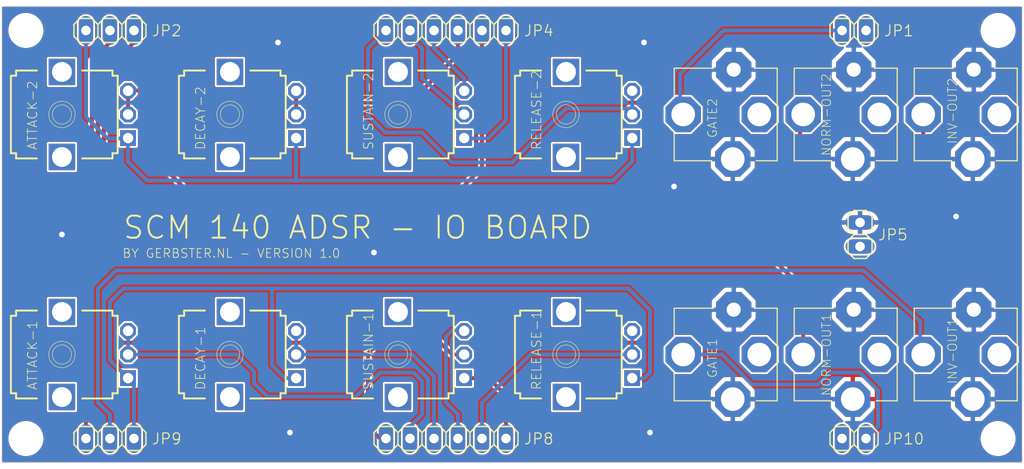
<source format=kicad_pcb>
(kicad_pcb (version 20240108) (generator "pcbnew") (generator_version "8.0")
  (layers (0 "F.Cu" signal) (31 "B.Cu" signal) (34 "B.Paste" user) (35 "F.Paste" user) (36 "B.SilkS" user "B.Silkscreen") (37 "F.SilkS" user "F.Silkscreen") (38 "B.Mask" user) (39 "F.Mask" user) (44 "Edge.Cuts" user))
  (net 0 "")
  (net 1 "MANUAL-TRIGGER-1")
  (net 2 "S1-B")
  (net 3 "A1-IN")
  (net 4 "S1-W")
  (net 5 "C1-OUT")
  (net 6 "S1-A")
  (net 7 "D1-IN")
  (net 8 "R1-IN")
  (net 9 "GATE-1")
  (net 10 "NORM-OUT-1")
  (net 11 "INV-OUT-1")
  (net 12 "MANUAL-TRIGGER-2")
  (net 13 "S2-B")
  (net 14 "A2-IN")
  (net 15 "S2-W")
  (net 16 "C2-OUT")
  (net 17 "S2-A")
  (net 18 "R2-IN")
  (net 19 "D2-IN")
  (net 20 "GATE-2")
  (net 21 "NORM-OUT-2")
  (net 22 "INV-OUT-2")
  (net 23 "GND")
  (net 24 "+12V")
  (footprint "ioboard:PJ301BM" (layer "F.Cu") (at 171.3611 92.3036 90)
    (property "Reference" "GATE2" (at -2.54 -1.097 90) (layer "F.SilkS") (effects (font (size 0.941222 0.941222) (thickness 0.074778)) (justify left bottom)))
    (property "Value" "Input 2" (hide yes))
    (pad "GND1" thru_hole roundrect (at -4.719 0.5 180) (size 3.75 3.75) (drill 2.5) (layers "*.Cu" "*.Mask") (chamfer_ratio 0.2928932188) (chamfer top_left top_right bottom_left bottom_right) (net 23 "GND"))
    (pad "GND2" thru_hole roundrect (at 4.746 0.6 180) (size 3.75 3.75) (drill 1.5) (layers "*.Cu" "*.Mask") (chamfer_ratio 0.2928932188) (chamfer top_left top_right bottom_left bottom_right) (net 23 "GND"))
    (pad "SWITCH" thru_hole roundrect (at 0 3.3 90) (size 3.75 3.75) (drill 2.5) (layers "*.Cu" "*.Mask") (chamfer_ratio 0.2928932188) (chamfer top_left top_right bottom_left bottom_right))
    (pad "TIP" thru_hole roundrect (at 0 -4.746 90) (size 3.75 3.75) (drill 2.5) (layers "*.Cu" "*.Mask") (chamfer_ratio 0.2928932188) (chamfer top_left top_right bottom_left bottom_right) (net 20 "GATE-2"))
  )
  (footprint "ioboard:PJ301BM" (layer "F.Cu") (at 196.7611 117.7036 90)
    (property "Reference" "INV-OUT1" (at -3.175 -1.097 90) (layer "F.SilkS") (effects (font (size 0.941222 0.941222) (thickness 0.074778)) (justify left bottom)))
    (property "Value" "Output Inv 2" (hide yes))
    (pad "GND1" thru_hole roundrect (at -4.719 0.5 180) (size 3.75 3.75) (drill 2.5) (layers "*.Cu" "*.Mask") (chamfer_ratio 0.2928932188) (chamfer top_left top_right bottom_left bottom_right) (net 23 "GND"))
    (pad "GND2" thru_hole roundrect (at 4.746 0.6 180) (size 3.75 3.75) (drill 1.5) (layers "*.Cu" "*.Mask") (chamfer_ratio 0.2928932188) (chamfer top_left top_right bottom_left bottom_right) (net 23 "GND"))
    (pad "SWITCH" thru_hole roundrect (at 0 3.3 90) (size 3.75 3.75) (drill 2.5) (layers "*.Cu" "*.Mask") (chamfer_ratio 0.2928932188) (chamfer top_left top_right bottom_left bottom_right))
    (pad "TIP" thru_hole roundrect (at 0 -4.746 90) (size 3.75 3.75) (drill 2.5) (layers "*.Cu" "*.Mask") (chamfer_ratio 0.2928932188) (chamfer top_left top_right bottom_left bottom_right) (net 11 "INV-OUT-1"))
  )
  (footprint "ioboard:1X03" (layer "F.Cu") (at 105.9561 126.5936 180)
    (property "Reference" "JP9" (at -4.3688 -0.7112 0) (layer "F.SilkS") (effects (font (size 1.1557 1.1557) (thickness 0.1143)) (justify left bottom)))
    (property "Value" "")
    (pad "1" thru_hole oval (at -2.54 0 270) (size 3.048 1.524) (drill 1.016) (layers "*.Cu" "*.Mask") (net 5 "C1-OUT"))
    (pad "2" thru_hole oval (at 0 0 270) (size 3.048 1.524) (drill 1.016) (layers "*.Cu" "*.Mask") (net 11 "INV-OUT-1"))
    (pad "3" thru_hole oval (at 2.54 0 270) (size 3.048 1.524) (drill 1.016) (layers "*.Cu" "*.Mask") (net 10 "NORM-OUT-1"))
  )
  (footprint "ioboard:1X02" (layer "F.Cu") (at 185.3311 105.0036 -90)
    (property "Reference" "JP5" (at 0.7112 -1.8288 0) (layer "F.SilkS") (effects (font (size 1.1557 1.1557) (thickness 0.1143)) (justify left bottom)))
    (property "Value" "")
    (pad "1" thru_hole oval (at -1.27 0) (size 3.048 1.524) (drill 1.016) (layers "*.Cu" "*.Mask") (net 23 "GND"))
    (pad "2" thru_hole oval (at 1.27 0) (size 3.048 1.524) (drill 1.016) (layers "*.Cu" "*.Mask") (net 24 "+12V"))
  )
  (footprint "" (layer "F.Cu") (at 199.9361 126.5936)
    (property "Reference" "@HOLE3" (hide yes))
    (property "Value" "")
    (pad "" np_thru_hole circle (at 0 0) (size 3.2131 3.2131) (drill 3.2131) (layers "*.Cu" "*.Mask"))
  )
  (footprint "ioboard:EVUF" (layer "F.Cu") (at 154.2161 92.3036 90)
    (property "Reference" "RELEASE-2" (at -3.81 -2.54 90) (layer "F.SilkS") (effects (font (size 0.988284 0.988284) (thickness 0.078516)) (justify left bottom)))
    (property "Value" "1M")
    (pad "1" thru_hole rect (at -2.5 7) (size 1.6764 1.6764) (drill 1.1) (layers "*.Cu" "*.Mask") (net 16 "C2-OUT"))
    (pad "2" thru_hole roundrect (at 0 7) (size 1.6764 1.6764) (drill 1.1) (layers "*.Cu" "*.Mask") (chamfer_ratio 0.2928932188) (chamfer top_left top_right bottom_left bottom_right) (net 18 "R2-IN"))
    (pad "3" thru_hole roundrect (at 2.5 7) (size 1.6764 1.6764) (drill 1.1) (layers "*.Cu" "*.Mask") (chamfer_ratio 0.2928932188) (chamfer top_left top_right bottom_left bottom_right) (net 18 "R2-IN"))
    (pad "M1" thru_hole rect (at 4.5 0) (size 2.8 2.8) (drill 2.1) (layers "*.Cu" "*.Mask"))
    (pad "M2" thru_hole rect (at -4.5 0) (size 2.8 2.8) (drill 2.1) (layers "*.Cu" "*.Mask"))
  )
  (footprint "ioboard:EVUF" (layer "F.Cu") (at 136.4361 117.7036 90)
    (property "Reference" "SUSTAIN-1" (at -3.81 -2.54 90) (layer "F.SilkS") (effects (font (size 0.988284 0.988284) (thickness 0.078516)) (justify left bottom)))
    (property "Value" "500k")
    (pad "1" thru_hole rect (at -2.5 7) (size 1.6764 1.6764) (drill 1.1) (layers "*.Cu" "*.Mask") (net 2 "S1-B"))
    (pad "2" thru_hole roundrect (at 0 7) (size 1.6764 1.6764) (drill 1.1) (layers "*.Cu" "*.Mask") (chamfer_ratio 0.2928932188) (chamfer top_left top_right bottom_left bottom_right) (net 4 "S1-W"))
    (pad "3" thru_hole roundrect (at 2.5 7) (size 1.6764 1.6764) (drill 1.1) (layers "*.Cu" "*.Mask") (chamfer_ratio 0.2928932188) (chamfer top_left top_right bottom_left bottom_right) (net 6 "S1-A"))
    (pad "M1" thru_hole rect (at 4.5 0) (size 2.8 2.8) (drill 2.1) (layers "*.Cu" "*.Mask"))
    (pad "M2" thru_hole rect (at -4.5 0) (size 2.8 2.8) (drill 2.1) (layers "*.Cu" "*.Mask"))
  )
  (footprint "ioboard:1X02" (layer "F.Cu") (at 184.6961 83.4136 180)
    (property "Reference" "JP1" (at -3.0988 -0.7112 0) (layer "F.SilkS") (effects (font (size 1.1557 1.1557) (thickness 0.1143)) (justify left bottom)))
    (property "Value" "")
    (pad "1" thru_hole oval (at -1.27 0 270) (size 3.048 1.524) (drill 1.016) (layers "*.Cu" "*.Mask") (net 12 "MANUAL-TRIGGER-2"))
    (pad "2" thru_hole oval (at 1.27 0 270) (size 3.048 1.524) (drill 1.016) (layers "*.Cu" "*.Mask") (net 20 "GATE-2"))
  )
  (footprint "ioboard:1X03" (layer "F.Cu") (at 105.9561 83.4136)
    (property "Reference" "JP2" (at 4.3688 0.7112 0) (layer "F.SilkS") (effects (font (size 1.1557 1.1557) (thickness 0.1143)) (justify left bottom)))
    (property "Value" "")
    (pad "1" thru_hole oval (at -2.54 0 90) (size 3.048 1.524) (drill 1.016) (layers "*.Cu" "*.Mask") (net 16 "C2-OUT"))
    (pad "2" thru_hole oval (at 0 0 90) (size 3.048 1.524) (drill 1.016) (layers "*.Cu" "*.Mask") (net 22 "INV-OUT-2"))
    (pad "3" thru_hole oval (at 2.54 0 90) (size 3.048 1.524) (drill 1.016) (layers "*.Cu" "*.Mask") (net 21 "NORM-OUT-2"))
  )
  (footprint "ioboard:EVUF" (layer "F.Cu") (at 118.6561 117.7036 90)
    (property "Reference" "DECAY-1" (at -3.81 -2.54 90) (layer "F.SilkS") (effects (font (size 0.988284 0.988284) (thickness 0.078516)) (justify left bottom)))
    (property "Value" "1M")
    (pad "1" thru_hole rect (at -2.5 7) (size 1.6764 1.6764) (drill 1.1) (layers "*.Cu" "*.Mask") (net 5 "C1-OUT"))
    (pad "2" thru_hole roundrect (at 0 7) (size 1.6764 1.6764) (drill 1.1) (layers "*.Cu" "*.Mask") (chamfer_ratio 0.2928932188) (chamfer top_left top_right bottom_left bottom_right) (net 7 "D1-IN"))
    (pad "3" thru_hole roundrect (at 2.5 7) (size 1.6764 1.6764) (drill 1.1) (layers "*.Cu" "*.Mask") (chamfer_ratio 0.2928932188) (chamfer top_left top_right bottom_left bottom_right) (net 7 "D1-IN"))
    (pad "M1" thru_hole rect (at 4.5 0) (size 2.8 2.8) (drill 2.1) (layers "*.Cu" "*.Mask"))
    (pad "M2" thru_hole rect (at -4.5 0) (size 2.8 2.8) (drill 2.1) (layers "*.Cu" "*.Mask"))
  )
  (footprint "ioboard:1X06" (layer "F.Cu") (at 141.5161 126.5936 180)
    (property "Reference" "JP8" (at -8.1788 -0.7112 0) (layer "F.SilkS") (effects (font (size 1.1557 1.1557) (thickness 0.1143)) (justify left bottom)))
    (property "Value" "")
    (pad "1" thru_hole oval (at -6.35 0 270) (size 3.048 1.524) (drill 1.016) (layers "*.Cu" "*.Mask") (net 2 "S1-B"))
    (pad "2" thru_hole oval (at -3.81 0 270) (size 3.048 1.524) (drill 1.016) (layers "*.Cu" "*.Mask") (net 8 "R1-IN"))
    (pad "3" thru_hole oval (at -1.27 0 270) (size 3.048 1.524) (drill 1.016) (layers "*.Cu" "*.Mask") (net 6 "S1-A"))
    (pad "4" thru_hole oval (at 1.27 0 270) (size 3.048 1.524) (drill 1.016) (layers "*.Cu" "*.Mask") (net 7 "D1-IN"))
    (pad "5" thru_hole oval (at 3.81 0 270) (size 3.048 1.524) (drill 1.016) (layers "*.Cu" "*.Mask") (net 3 "A1-IN"))
    (pad "6" thru_hole oval (at 6.35 0 270) (size 3.048 1.524) (drill 1.016) (layers "*.Cu" "*.Mask") (net 4 "S1-W"))
  )
  (footprint "ioboard:EVUF" (layer "F.Cu") (at 100.8761 117.7036 90)
    (property "Reference" "ATTACK-1" (at -3.81 -2.54 90) (layer "F.SilkS") (effects (font (size 0.988284 0.988284) (thickness 0.078516)) (justify left bottom)))
    (property "Value" "100k")
    (pad "1" thru_hole rect (at -2.5 7) (size 1.6764 1.6764) (drill 1.1) (layers "*.Cu" "*.Mask") (net 5 "C1-OUT"))
    (pad "2" thru_hole roundrect (at 0 7) (size 1.6764 1.6764) (drill 1.1) (layers "*.Cu" "*.Mask") (chamfer_ratio 0.2928932188) (chamfer top_left top_right bottom_left bottom_right) (net 3 "A1-IN"))
    (pad "3" thru_hole roundrect (at 2.5 7) (size 1.6764 1.6764) (drill 1.1) (layers "*.Cu" "*.Mask") (chamfer_ratio 0.2928932188) (chamfer top_left top_right bottom_left bottom_right) (net 3 "A1-IN"))
    (pad "M1" thru_hole rect (at 4.5 0) (size 2.8 2.8) (drill 2.1) (layers "*.Cu" "*.Mask"))
    (pad "M2" thru_hole rect (at -4.5 0) (size 2.8 2.8) (drill 2.1) (layers "*.Cu" "*.Mask"))
  )
  (footprint "ioboard:EVUF" (layer "F.Cu") (at 118.6561 92.3036 90)
    (property "Reference" "DECAY-2" (at -3.81 -2.54 90) (layer "F.SilkS") (effects (font (size 0.988284 0.988284) (thickness 0.078516)) (justify left bottom)))
    (property "Value" "1M")
    (pad "1" thru_hole rect (at -2.5 7) (size 1.6764 1.6764) (drill 1.1) (layers "*.Cu" "*.Mask") (net 16 "C2-OUT"))
    (pad "2" thru_hole roundrect (at 0 7) (size 1.6764 1.6764) (drill 1.1) (layers "*.Cu" "*.Mask") (chamfer_ratio 0.2928932188) (chamfer top_left top_right bottom_left bottom_right) (net 19 "D2-IN"))
    (pad "3" thru_hole roundrect (at 2.5 7) (size 1.6764 1.6764) (drill 1.1) (layers "*.Cu" "*.Mask") (chamfer_ratio 0.2928932188) (chamfer top_left top_right bottom_left bottom_right) (net 19 "D2-IN"))
    (pad "M1" thru_hole rect (at 4.5 0) (size 2.8 2.8) (drill 2.1) (layers "*.Cu" "*.Mask"))
    (pad "M2" thru_hole rect (at -4.5 0) (size 2.8 2.8) (drill 2.1) (layers "*.Cu" "*.Mask"))
  )
  (footprint "ioboard:1X02" (layer "F.Cu") (at 184.6961 126.5936)
    (property "Reference" "JP10" (at 3.0988 0.7112 0) (layer "F.SilkS") (effects (font (size 1.1557 1.1557) (thickness 0.1143)) (justify left bottom)))
    (property "Value" "")
    (pad "1" thru_hole oval (at -1.27 0 90) (size 3.048 1.524) (drill 1.016) (layers "*.Cu" "*.Mask") (net 1 "MANUAL-TRIGGER-1"))
    (pad "2" thru_hole oval (at 1.27 0 90) (size 3.048 1.524) (drill 1.016) (layers "*.Cu" "*.Mask") (net 9 "GATE-1"))
  )
  (footprint "ioboard:EVUF" (layer "F.Cu") (at 154.2161 117.7036 90)
    (property "Reference" "RELEASE-1" (at -3.81 -2.54 90) (layer "F.SilkS") (effects (font (size 0.988284 0.988284) (thickness 0.078516)) (justify left bottom)))
    (property "Value" "1M")
    (pad "1" thru_hole rect (at -2.5 7) (size 1.6764 1.6764) (drill 1.1) (layers "*.Cu" "*.Mask") (net 5 "C1-OUT"))
    (pad "2" thru_hole roundrect (at 0 7) (size 1.6764 1.6764) (drill 1.1) (layers "*.Cu" "*.Mask") (chamfer_ratio 0.2928932188) (chamfer top_left top_right bottom_left bottom_right) (net 8 "R1-IN"))
    (pad "3" thru_hole roundrect (at 2.5 7) (size 1.6764 1.6764) (drill 1.1) (layers "*.Cu" "*.Mask") (chamfer_ratio 0.2928932188) (chamfer top_left top_right bottom_left bottom_right) (net 8 "R1-IN"))
    (pad "M1" thru_hole rect (at 4.5 0) (size 2.8 2.8) (drill 2.1) (layers "*.Cu" "*.Mask"))
    (pad "M2" thru_hole rect (at -4.5 0) (size 2.8 2.8) (drill 2.1) (layers "*.Cu" "*.Mask"))
  )
  (footprint "ioboard:PJ301BM" (layer "F.Cu") (at 184.0611 92.3036 90)
    (property "Reference" "NORM-OUT2" (at -4.445 -1.732 90) (layer "F.SilkS") (effects (font (size 0.941222 0.941222) (thickness 0.074778)) (justify left bottom)))
    (property "Value" "Output 2" (hide yes))
    (pad "GND1" thru_hole roundrect (at -4.719 0.5 180) (size 3.75 3.75) (drill 2.5) (layers "*.Cu" "*.Mask") (chamfer_ratio 0.2928932188) (chamfer top_left top_right bottom_left bottom_right) (net 23 "GND"))
    (pad "GND2" thru_hole roundrect (at 4.746 0.6 180) (size 3.75 3.75) (drill 1.5) (layers "*.Cu" "*.Mask") (chamfer_ratio 0.2928932188) (chamfer top_left top_right bottom_left bottom_right) (net 23 "GND"))
    (pad "SWITCH" thru_hole roundrect (at 0 3.3 90) (size 3.75 3.75) (drill 2.5) (layers "*.Cu" "*.Mask") (chamfer_ratio 0.2928932188) (chamfer top_left top_right bottom_left bottom_right))
    (pad "TIP" thru_hole roundrect (at 0 -4.746 90) (size 3.75 3.75) (drill 2.5) (layers "*.Cu" "*.Mask") (chamfer_ratio 0.2928932188) (chamfer top_left top_right bottom_left bottom_right) (net 21 "NORM-OUT-2"))
  )
  (footprint "" (layer "F.Cu") (at 199.9361 83.4136)
    (property "Reference" "@HOLE2" (hide yes))
    (property "Value" "")
    (pad "" np_thru_hole circle (at 0 0) (size 3.2131 3.2131) (drill 3.2131) (layers "*.Cu" "*.Mask"))
  )
  (footprint "ioboard:1X06" (layer "F.Cu") (at 141.5161 83.4136)
    (property "Reference" "JP4" (at 8.1788 0.7112 0) (layer "F.SilkS") (effects (font (size 1.1557 1.1557) (thickness 0.1143)) (justify left bottom)))
    (property "Value" "")
    (pad "1" thru_hole oval (at -6.35 0 90) (size 3.048 1.524) (drill 1.016) (layers "*.Cu" "*.Mask") (net 18 "R2-IN"))
    (pad "2" thru_hole oval (at -3.81 0 90) (size 3.048 1.524) (drill 1.016) (layers "*.Cu" "*.Mask") (net 15 "S2-W"))
    (pad "3" thru_hole oval (at -1.27 0 90) (size 3.048 1.524) (drill 1.016) (layers "*.Cu" "*.Mask") (net 17 "S2-A"))
    (pad "4" thru_hole oval (at 1.27 0 90) (size 3.048 1.524) (drill 1.016) (layers "*.Cu" "*.Mask") (net 19 "D2-IN"))
    (pad "5" thru_hole oval (at 3.81 0 90) (size 3.048 1.524) (drill 1.016) (layers "*.Cu" "*.Mask") (net 14 "A2-IN"))
    (pad "6" thru_hole oval (at 6.35 0 90) (size 3.048 1.524) (drill 1.016) (layers "*.Cu" "*.Mask") (net 13 "S2-B"))
  )
  (footprint "ioboard:EVUF" (layer "F.Cu") (at 100.8761 92.3036 90)
    (property "Reference" "ATTACK-2" (at -3.81 -2.54 90) (layer "F.SilkS") (effects (font (size 0.988284 0.988284) (thickness 0.078516)) (justify left bottom)))
    (property "Value" "100k")
    (pad "1" thru_hole rect (at -2.5 7) (size 1.6764 1.6764) (drill 1.1) (layers "*.Cu" "*.Mask") (net 16 "C2-OUT"))
    (pad "2" thru_hole roundrect (at 0 7) (size 1.6764 1.6764) (drill 1.1) (layers "*.Cu" "*.Mask") (chamfer_ratio 0.2928932188) (chamfer top_left top_right bottom_left bottom_right) (net 14 "A2-IN"))
    (pad "3" thru_hole roundrect (at 2.5 7) (size 1.6764 1.6764) (drill 1.1) (layers "*.Cu" "*.Mask") (chamfer_ratio 0.2928932188) (chamfer top_left top_right bottom_left bottom_right) (net 14 "A2-IN"))
    (pad "M1" thru_hole rect (at 4.5 0) (size 2.8 2.8) (drill 2.1) (layers "*.Cu" "*.Mask"))
    (pad "M2" thru_hole rect (at -4.5 0) (size 2.8 2.8) (drill 2.1) (layers "*.Cu" "*.Mask"))
  )
  (footprint "ioboard:PJ301BM" (layer "F.Cu") (at 196.7611 92.3036 90)
    (property "Reference" "INV-OUT2" (at -3.175 -1.097 90) (layer "F.SilkS") (effects (font (size 0.941222 0.941222) (thickness 0.074778)) (justify left bottom)))
    (property "Value" "Output Inv 2" (hide yes))
    (pad "GND1" thru_hole roundrect (at -4.719 0.5 180) (size 3.75 3.75) (drill 2.5) (layers "*.Cu" "*.Mask") (chamfer_ratio 0.2928932188) (chamfer top_left top_right bottom_left bottom_right) (net 23 "GND"))
    (pad "GND2" thru_hole roundrect (at 4.746 0.6 180) (size 3.75 3.75) (drill 1.5) (layers "*.Cu" "*.Mask") (chamfer_ratio 0.2928932188) (chamfer top_left top_right bottom_left bottom_right) (net 23 "GND"))
    (pad "SWITCH" thru_hole roundrect (at 0 3.3 90) (size 3.75 3.75) (drill 2.5) (layers "*.Cu" "*.Mask") (chamfer_ratio 0.2928932188) (chamfer top_left top_right bottom_left bottom_right))
    (pad "TIP" thru_hole roundrect (at 0 -4.746 90) (size 3.75 3.75) (drill 2.5) (layers "*.Cu" "*.Mask") (chamfer_ratio 0.2928932188) (chamfer top_left top_right bottom_left bottom_right) (net 22 "INV-OUT-2"))
  )
  (footprint "ioboard:EVUF" (layer "F.Cu") (at 136.4361 92.3036 90)
    (property "Reference" "SUSTAIN-2" (at -3.81 -2.54 90) (layer "F.SilkS") (effects (font (size 0.988284 0.988284) (thickness 0.078516)) (justify left bottom)))
    (property "Value" "500k")
    (pad "1" thru_hole rect (at -2.5 7) (size 1.6764 1.6764) (drill 1.1) (layers "*.Cu" "*.Mask") (net 13 "S2-B"))
    (pad "2" thru_hole roundrect (at 0 7) (size 1.6764 1.6764) (drill 1.1) (layers "*.Cu" "*.Mask") (chamfer_ratio 0.2928932188) (chamfer top_left top_right bottom_left bottom_right) (net 15 "S2-W"))
    (pad "3" thru_hole roundrect (at 2.5 7) (size 1.6764 1.6764) (drill 1.1) (layers "*.Cu" "*.Mask") (chamfer_ratio 0.2928932188) (chamfer top_left top_right bottom_left bottom_right) (net 17 "S2-A"))
    (pad "M1" thru_hole rect (at 4.5 0) (size 2.8 2.8) (drill 2.1) (layers "*.Cu" "*.Mask"))
    (pad "M2" thru_hole rect (at -4.5 0) (size 2.8 2.8) (drill 2.1) (layers "*.Cu" "*.Mask"))
  )
  (footprint "" (layer "F.Cu") (at 97.0661 126.5936)
    (property "Reference" "@HOLE0" (hide yes))
    (property "Value" "")
    (pad "" np_thru_hole circle (at 0 0) (size 3.2131 3.2131) (drill 3.2131) (layers "*.Cu" "*.Mask"))
  )
  (footprint "ioboard:PJ301BM" (layer "F.Cu") (at 171.3611 117.7036 90)
    (property "Reference" "GATE1" (at -2.54 -1.097 90) (layer "F.SilkS") (effects (font (size 0.941222 0.941222) (thickness 0.074778)) (justify left bottom)))
    (property "Value" "Input 1" (hide yes))
    (pad "GND1" thru_hole roundrect (at -4.719 0.5 180) (size 3.75 3.75) (drill 2.5) (layers "*.Cu" "*.Mask") (chamfer_ratio 0.2928932188) (chamfer top_left top_right bottom_left bottom_right) (net 23 "GND"))
    (pad "GND2" thru_hole roundrect (at 4.746 0.6 180) (size 3.75 3.75) (drill 1.5) (layers "*.Cu" "*.Mask") (chamfer_ratio 0.2928932188) (chamfer top_left top_right bottom_left bottom_right) (net 23 "GND"))
    (pad "SWITCH" thru_hole roundrect (at 0 3.3 90) (size 3.75 3.75) (drill 2.5) (layers "*.Cu" "*.Mask") (chamfer_ratio 0.2928932188) (chamfer top_left top_right bottom_left bottom_right))
    (pad "TIP" thru_hole roundrect (at 0 -4.746 90) (size 3.75 3.75) (drill 2.5) (layers "*.Cu" "*.Mask") (chamfer_ratio 0.2928932188) (chamfer top_left top_right bottom_left bottom_right) (net 9 "GATE-1"))
  )
  (footprint "" (layer "F.Cu") (at 97.0661 83.4136)
    (property "Reference" "@HOLE1" (hide yes))
    (property "Value" "")
    (pad "" np_thru_hole circle (at 0 0) (size 3.2131 3.2131) (drill 3.2131) (layers "*.Cu" "*.Mask"))
  )
  (footprint "ioboard:PJ301BM" (layer "F.Cu") (at 184.0611 117.7036 90)
    (property "Reference" "NORM-OUT1" (at -4.445 -1.732 90) (layer "F.SilkS") (effects (font (size 0.941222 0.941222) (thickness 0.074778)) (justify left bottom)))
    (property "Value" "Output 1" (hide yes))
    (pad "GND1" thru_hole roundrect (at -4.719 0.5 180) (size 3.75 3.75) (drill 2.5) (layers "*.Cu" "*.Mask") (chamfer_ratio 0.2928932188) (chamfer top_left top_right bottom_left bottom_right) (net 23 "GND"))
    (pad "GND2" thru_hole roundrect (at 4.746 0.6 180) (size 3.75 3.75) (drill 1.5) (layers "*.Cu" "*.Mask") (chamfer_ratio 0.2928932188) (chamfer top_left top_right bottom_left bottom_right) (net 23 "GND"))
    (pad "SWITCH" thru_hole roundrect (at 0 3.3 90) (size 3.75 3.75) (drill 2.5) (layers "*.Cu" "*.Mask") (chamfer_ratio 0.2928932188) (chamfer top_left top_right bottom_left bottom_right))
    (pad "TIP" thru_hole roundrect (at 0 -4.746 90) (size 3.75 3.75) (drill 2.5) (layers "*.Cu" "*.Mask") (chamfer_ratio 0.2928932188) (chamfer top_left top_right bottom_left bottom_right) (net 10 "NORM-OUT-1"))
  )
  (gr_line (start 94.5261 80.8736) (end 94.5261 129.1336) (stroke (width 0.05)) (layer "Edge.Cuts"))
  (gr_line (start 202.4761 129.1336) (end 202.4761 80.8736) (stroke (width 0.05)) (layer "Edge.Cuts"))
  (gr_line (start 202.4761 80.8736) (end 94.5261 80.8736) (stroke (width 0.05)) (layer "Edge.Cuts"))
  (gr_line (start 94.5261 129.1336) (end 202.4761 129.1336) (stroke (width 0.05)) (layer "Edge.Cuts"))
  (gr_text "BY GERBSTER.NL - VERSION 1.0" (at 107.2261 107.5436 0) (layer "F.SilkS") (effects (font (size 0.93472 0.93472) (thickness 0.08128)) (justify left bottom)))
  (gr_text "SCM 140 ADSR - IO BOARD" (at 107.2261 105.6386 0) (layer "F.SilkS") (effects (font (size 2.3368 2.3368) (thickness 0.2032)) (justify left bottom)))
  (segment (start 146.041546 120.2036) (end 147.8661 122.028154) (width 0.4064) (layer "F.Cu") (net 2))
  (segment (start 147.8661 122.028154) (end 147.8661 126.5936) (width 0.4064) (layer "F.Cu") (net 2))
  (segment (start 143.4361 120.2036) (end 146.041546 120.2036) (width 0.4064) (layer "F.Cu") (net 2))
  (segment (start 121.1961 120.728697) (end 122.616003 122.1486) (width 0.4064) (layer "B.Cu") (net 3))
  (segment (start 107.8761 117.7036) (end 119.40005 117.7036) (width 0.4064) (layer "B.Cu") (net 3))
  (segment (start 131.9911 122.1486) (end 134.5311 119.6086) (width 0.4064) (layer "B.Cu") (net 3))
  (segment (start 138.9761 124.0536) (end 137.7061 125.3236) (width 0.4064) (layer "B.Cu") (net 3))
  (segment (start 121.1961 119.49965) (end 121.1961 120.728697) (width 0.4064) (layer "B.Cu") (net 3))
  (segment (start 107.8761 115.2036) (end 107.8761 117.7036) (width 0.4064) (layer "B.Cu") (net 3))
  (segment (start 122.616003 122.1486) (end 131.9911 122.1486) (width 0.4064) (layer "B.Cu") (net 3))
  (segment (start 137.7061 125.3236) (end 137.7061 126.5936) (width 0.4064) (layer "B.Cu") (net 3))
  (segment (start 134.5311 119.6086) (end 138.078075 119.6086) (width 0.4064) (layer "B.Cu") (net 3))
  (segment (start 138.9761 120.506625) (end 138.9761 124.0536) (width 0.4064) (layer "B.Cu") (net 3))
  (segment (start 138.078075 119.6086) (end 138.9761 120.506625) (width 0.4064) (layer "B.Cu") (net 3))
  (segment (start 119.40005 117.7036) (end 121.1961 119.49965) (width 0.4064) (layer "B.Cu") (net 3))
  (segment (start 134.5311 126.5936) (end 133.2611 125.3236) (width 0.4064) (layer "F.Cu") (net 4))
  (segment (start 142.1511 117.7036) (end 143.4361 117.7036) (width 0.4064) (layer "F.Cu") (net 4))
  (segment (start 140.2461 115.7986) (end 142.1511 117.7036) (width 0.4064) (layer "F.Cu") (net 4))
  (segment (start 135.1661 126.5936) (end 134.5311 126.5936) (width 0.4064) (layer "F.Cu") (net 4))
  (segment (start 135.05715 115.7986) (end 140.2461 115.7986) (width 0.4064) (layer "F.Cu") (net 4))
  (segment (start 133.2611 125.3236) (end 133.2611 117.59465) (width 0.4064) (layer "F.Cu") (net 4))
  (segment (start 133.2611 117.59465) (end 135.05715 115.7986) (width 0.4064) (layer "F.Cu") (net 4))
  (segment (start 163.1061 119.6086) (end 162.4711 120.2436) (width 0.4064) (layer "B.Cu") (net 5))
  (segment (start 163.1061 113.008125) (end 163.1061 119.6086) (width 0.4064) (layer "B.Cu") (net 5))
  (segment (start 160.816575 110.7186) (end 163.1061 113.008125) (width 0.4064) (layer "B.Cu") (net 5))
  (segment (start 161.2161 120.2436) (end 161.2161 120.2036) (width 0.4064) (layer "B.Cu") (net 5))
  (segment (start 105.9561 118.2986) (end 105.9561 112.138504) (width 0.4064) (layer "B.Cu") (net 5))
  (segment (start 125.6561 120.2436) (end 125.6561 120.2036) (width 0.4064) (layer "B.Cu") (net 5))
  (segment (start 162.4711 120.2436) (end 161.2161 120.2436) (width 0.4064) (layer "B.Cu") (net 5))
  (segment (start 124.48534 120.2036) (end 123.1011 118.81936) (width 0.4064) (layer "B.Cu") (net 5))
  (segment (start 107.8761 120.2036) (end 105.9561 118.2986) (width 0.4064) (layer "B.Cu") (net 5))
  (segment (start 107.376003 110.7186) (end 123.1011 110.7186) (width 0.4064) (layer "B.Cu") (net 5))
  (segment (start 125.6561 120.2036) (end 124.48534 120.2036) (width 0.4064) (layer "B.Cu") (net 5))
  (segment (start 123.1011 110.7186) (end 160.816575 110.7186) (width 0.4064) (layer "B.Cu") (net 5))
  (segment (start 108.4961 126.5936) (end 108.4961 120.2436) (width 0.4064) (layer "B.Cu") (net 5))
  (segment (start 105.9561 112.138504) (end 107.376003 110.7186) (width 0.4064) (layer "B.Cu") (net 5))
  (segment (start 108.4961 120.2436) (end 107.8761 120.2436) (width 0.4064) (layer "B.Cu") (net 5))
  (segment (start 123.1011 118.81936) (end 123.1011 110.7186) (width 0.4064) (layer "B.Cu") (net 5))
  (segment (start 107.8761 120.2436) (end 107.8761 120.2036) (width 0.4064) (layer "B.Cu") (net 5))
  (segment (start 143.4361 115.1636) (end 143.4361 115.2036) (width 0.4064) (layer "B.Cu") (net 6))
  (segment (start 142.7861 126.5936) (end 142.7861 124.0536) (width 0.4064) (layer "B.Cu") (net 6))
  (segment (start 142.1511 115.1636) (end 143.4361 115.1636) (width 0.4064) (layer "B.Cu") (net 6))
  (segment (start 141.5161 115.7986) (end 142.1511 115.1636) (width 0.4064) (layer "B.Cu") (net 6))
  (segment (start 142.7861 124.0536) (end 141.5161 122.7836) (width 0.4064) (layer "B.Cu") (net 6))
  (segment (start 141.5161 122.7836) (end 141.5161 115.7986) (width 0.4064) (layer "B.Cu") (net 6))
  (segment (start 137.956575 117.7036) (end 125.6561 117.7036) (width 0.4064) (layer "B.Cu") (net 7))
  (segment (start 140.2461 126.5936) (end 140.2461 119.993125) (width 0.4064) (layer "B.Cu") (net 7))
  (segment (start 125.6561 115.2036) (end 125.6561 117.7036) (width 0.4064) (layer "B.Cu") (net 7))
  (segment (start 140.2461 119.993125) (end 137.956575 117.7036) (width 0.4064) (layer "B.Cu") (net 7))
  (segment (start 145.3261 122.823132) (end 145.3261 126.5936) (width 0.4064) (layer "B.Cu") (net 8))
  (segment (start 150.445631 117.7036) (end 145.3261 122.823132) (width 0.4064) (layer "B.Cu") (net 8))
  (segment (start 161.2161 115.2036) (end 161.2161 117.7036) (width 0.4064) (layer "B.Cu") (net 8))
  (segment (start 161.2161 117.7036) (end 150.445631 117.7036) (width 0.4064) (layer "B.Cu") (net 8))
  (segment (start 173.9011 120.8786) (end 180.8861 120.8786) (width 0.4064) (layer "B.Cu") (net 9))
  (segment (start 187.2361 121.5136) (end 187.2361 125.3236) (width 0.4064) (layer "B.Cu") (net 9))
  (segment (start 170.7261 117.7036) (end 173.9011 120.8786) (width 0.4064) (layer "B.Cu") (net 9))
  (segment (start 180.8861 120.8786) (end 182.1561 119.6086) (width 0.4064) (layer "B.Cu") (net 9))
  (segment (start 185.3311 119.6086) (end 187.2361 121.5136) (width 0.4064) (layer "B.Cu") (net 9))
  (segment (start 182.1561 119.6086) (end 185.3311 119.6086) (width 0.4064) (layer "B.Cu") (net 9))
  (segment (start 187.2361 125.3236) (end 185.9661 126.5936) (width 0.4064) (layer "B.Cu") (net 9))
  (segment (start 166.6151 117.7036) (end 170.7261 117.7036) (width 0.4064) (layer "B.Cu") (net 9))
  (segment (start 103.4161 126.5936) (end 103.4161 110.21765) (width 0.4064) (layer "F.Cu") (net 10))
  (segment (start 174.170409 105.6386) (end 179.3151 110.783291) (width 0.4064) (layer "F.Cu") (net 10))
  (segment (start 103.4161 110.21765) (end 107.99515 105.6386) (width 0.4064) (layer "F.Cu") (net 10))
  (segment (start 179.3151 110.783291) (end 179.3151 117.7036) (width 0.4064) (layer "F.Cu") (net 10))
  (segment (start 107.99515 105.6386) (end 174.170409 105.6386) (width 0.4064) (layer "F.Cu") (net 10))
  (segment (start 192.0151 117.7036) (end 191.6811 117.7036) (width 0.4064) (layer "B.Cu") (net 11))
  (segment (start 191.6811 114.169175) (end 185.690525 108.8136) (width 0.4064) (layer "B.Cu") (net 11))
  (segment (start 185.690525 108.8136) (end 106.5911 108.8136) (width 0.4064) (layer "B.Cu") (net 11))
  (segment (start 191.6811 117.7036) (end 191.6811 114.169175) (width 0.4064) (layer "B.Cu") (net 11))
  (segment (start 105.9561 126.5936) (end 105.9561 124.0536) (width 0.4064) (layer "B.Cu") (net 11))
  (segment (start 104.6861 122.7836) (end 104.6861 110.7186) (width 0.4064) (layer "B.Cu") (net 11))
  (segment (start 105.9561 124.0536) (end 104.6861 122.7836) (width 0.4064) (layer "B.Cu") (net 11))
  (segment (start 106.5911 108.8136) (end 104.6861 110.7186) (width 0.4064) (layer "B.Cu") (net 11))
  (segment (start 147.8661 92.9386) (end 145.9611 94.8436) (width 0.4064) (layer "B.Cu") (net 13))
  (segment (start 145.9611 94.8436) (end 143.4361 94.8436) (width 0.4064) (layer "B.Cu") (net 13))
  (segment (start 143.4361 94.8436) (end 143.4361 94.8036) (width 0.4064) (layer "B.Cu") (net 13))
  (segment (start 147.8661 83.4136) (end 147.8661 92.9386) (width 0.4064) (layer "B.Cu") (net 13))
  (segment (start 111.6711 91.55965) (end 111.6711 97.940429) (width 0.4064) (layer "F.Cu") (net 14))
  (segment (start 145.3261 97.940429) (end 145.3261 83.4136) (width 0.4064) (layer "F.Cu") (net 14))
  (segment (start 107.8611 89.8036) (end 107.8611 89.7636) (width 0.4064) (layer "F.Cu") (net 14))
  (segment (start 111.6711 97.940429) (end 114.289271 100.5586) (width 0.4064) (layer "F.Cu") (net 14))
  (segment (start 114.289271 100.5586) (end 142.707928 100.5586) (width 0.4064) (layer "F.Cu") (net 14))
  (segment (start 107.8761 92.3036) (end 107.8761 89.8036) (width 0.4064) (layer "F.Cu") (net 14))
  (segment (start 107.8761 89.8036) (end 107.8611 89.8036) (width 0.4064) (layer "F.Cu") (net 14))
  (segment (start 109.87505 89.7636) (end 111.6711 91.55965) (width 0.4064) (layer "F.Cu") (net 14))
  (segment (start 107.8611 89.7636) (end 109.87505 89.7636) (width 0.4064) (layer "F.Cu") (net 14))
  (segment (start 142.707928 100.5586) (end 145.3261 97.940429) (width 0.4064) (layer "F.Cu") (net 14))
  (segment (start 137.7061 84.0486) (end 137.7061 83.4136) (width 0.4064) (layer "B.Cu") (net 15))
  (segment (start 138.9761 88.4936) (end 138.9761 85.3186) (width 0.4064) (layer "B.Cu") (net 15))
  (segment (start 138.9761 85.3186) (end 137.7061 84.0486) (width 0.4064) (layer "B.Cu") (net 15))
  (segment (start 143.4361 92.3036) (end 138.9761 88.4936) (width 0.4064) (layer "B.Cu") (net 15))
  (segment (start 105.705625 94.8436) (end 107.8761 94.8436) (width 0.4064) (layer "B.Cu") (net 16))
  (segment (start 107.8761 94.8436) (end 107.8761 94.8036) (width 0.4064) (layer "B.Cu") (net 16))
  (segment (start 107.8761 94.8036) (end 107.8611 94.8036) (width 0.4064) (layer "B.Cu") (net 16))
  (segment (start 103.4161 83.4136) (end 103.4161 92.554075) (width 0.4064) (layer "B.Cu") (net 16))
  (segment (start 125.6561 99.2886) (end 159.193818 99.2886) (width 0.4064) (layer "B.Cu") (net 16))
  (segment (start 107.8611 94.8036) (end 107.8611 97.280557) (width 0.4064) (layer "B.Cu") (net 16))
  (segment (start 125.6561 99.2886) (end 125.6561 94.8036) (width 0.4064) (layer "B.Cu") (net 16))
  (segment (start 103.4161 92.554075) (end 105.705625 94.8436) (width 0.4064) (layer "B.Cu") (net 16))
  (segment (start 125.6561 94.8036) (end 125.6411 94.8036) (width 0.4064) (layer "B.Cu") (net 16))
  (segment (start 125.6411 94.8036) (end 125.6411 99.2886) (width 0.4064) (layer "B.Cu") (net 16))
  (segment (start 161.2161 97.266319) (end 161.2161 94.8036) (width 0.4064) (layer "B.Cu") (net 16))
  (segment (start 159.193818 99.2886) (end 161.2161 97.266319) (width 0.4064) (layer "B.Cu") (net 16))
  (segment (start 125.6411 99.2886) (end 125.6561 99.2886) (width 0.4064) (layer "B.Cu") (net 16))
  (segment (start 109.869143 99.2886) (end 125.6411 99.2886) (width 0.4064) (layer "B.Cu") (net 16))
  (segment (start 107.8611 97.280557) (end 109.869143 99.2886) (width 0.4064) (layer "B.Cu") (net 16))
  (segment (start 140.2461 85.3186) (end 140.8811 85.9536) (width 0.4064) (layer "B.Cu") (net 17))
  (segment (start 140.8811 85.9536) (end 143.4361 88.4936) (width 0.4064) (layer "B.Cu") (net 17))
  (segment (start 143.4361 88.4936) (end 143.4361 89.8036) (width 0.4064) (layer "B.Cu") (net 17))
  (segment (start 140.2461 83.4136) (end 140.2461 85.3186) (width 0.4064) (layer "B.Cu") (net 17))
  (segment (start 133.2611 92.41255) (end 135.05715 94.2086) (width 0.4064) (layer "B.Cu") (net 18))
  (segment (start 148.5011 97.3836) (end 154.2161 91.6686) (width 0.4064) (layer "B.Cu") (net 18))
  (segment (start 154.2161 91.6686) (end 161.2161 91.6686) (width 0.4064) (layer "B.Cu") (net 18))
  (segment (start 161.2161 91.6686) (end 161.2161 92.3036) (width 0.4064) (layer "B.Cu") (net 18))
  (segment (start 135.05715 94.2086) (end 138.9761 94.2086) (width 0.4064) (layer "B.Cu") (net 18))
  (segment (start 142.1511 97.3836) (end 148.5011 97.3836) (width 0.4064) (layer "B.Cu") (net 18))
  (segment (start 133.2611 85.3186) (end 133.2611 92.41255) (width 0.4064) (layer "B.Cu") (net 18))
  (segment (start 161.2161 91.6686) (end 161.2161 89.8036) (width 0.4064) (layer "B.Cu") (net 18))
  (segment (start 135.1661 83.4136) (end 133.2611 85.3186) (width 0.4064) (layer "B.Cu") (net 18))
  (segment (start 138.9761 94.2086) (end 142.1511 97.3836) (width 0.4064) (layer "B.Cu") (net 18))
  (segment (start 125.6411 91.0336) (end 137.7061 91.0736) (width 0.4064) (layer "F.Cu") (net 19))
  (segment (start 125.6561 92.3036) (end 125.6561 89.8036) (width 0.4064) (layer "F.Cu") (net 19))
  (segment (start 140.8811 87.8586) (end 142.7861 85.9536) (width 0.4064) (layer "F.Cu") (net 19))
  (segment (start 125.6561 89.8036) (end 125.6411 89.8036) (width 0.4064) (layer "F.Cu") (net 19))
  (segment (start 137.7061 91.0736) (end 140.8811 87.8586) (width 0.4064) (layer "F.Cu") (net 19))
  (segment (start 142.7861 85.9536) (end 142.7861 83.4136) (width 0.4064) (layer "F.Cu") (net 19))
  (segment (start 125.6411 89.8036) (end 125.6411 91.0336) (width 0.4064) (layer "F.Cu") (net 19))
  (segment (start 166.6151 92.3036) (end 166.2811 92.3036) (width 0.4064) (layer "B.Cu") (net 20))
  (segment (start 166.2811 92.3036) (end 166.2811 88.036469) (width 0.4064) (layer "B.Cu") (net 20))
  (segment (start 170.903968 83.4136) (end 183.4261 83.4136) (width 0.4064) (layer "B.Cu") (net 20))
  (segment (start 166.2811 88.036469) (end 170.903968 83.4136) (width 0.4064) (layer "B.Cu") (net 20))
  (segment (start 178.9811 97.81251) (end 174.330009 102.4636) (width 0.4064) (layer "F.Cu") (net 21))
  (segment (start 108.4961 84.6836) (end 108.4961 83.4136) (width 0.4064) (layer "F.Cu") (net 21))
  (segment (start 109.943968 102.4636) (end 105.3211 97.840732) (width 0.4064) (layer "F.Cu") (net 21))
  (segment (start 105.3211 97.840732) (end 105.3211 87.8586) (width 0.4064) (layer "F.Cu") (net 21))
  (segment (start 178.9811 92.3036) (end 178.9811 97.81251) (width 0.4064) (layer "F.Cu") (net 21))
  (segment (start 105.3211 87.8586) (end 108.4961 84.6836) (width 0.4064) (layer "F.Cu") (net 21))
  (segment (start 179.3151 92.3036) (end 178.9811 92.3036) (width 0.4064) (layer "F.Cu") (net 21))
  (segment (start 174.330009 102.4636) (end 109.943968 102.4636) (width 0.4064) (layer "F.Cu") (net 21))
  (segment (start 109.47654 103.7336) (end 180.8861 103.7336) (width 0.4064) (layer "F.Cu") (net 22))
  (segment (start 192.0151 98.09685) (end 192.0151 92.3036) (width 0.4064) (layer "F.Cu") (net 22))
  (segment (start 189.55335 100.5586) (end 192.0151 98.09685) (width 0.4064) (layer "F.Cu") (net 22))
  (segment (start 180.8861 103.7336) (end 184.0611 100.5586) (width 0.4064) (layer "F.Cu") (net 22))
  (segment (start 104.0511 98.30816) (end 109.47654 103.7336) (width 0.4064) (layer "F.Cu") (net 22))
  (segment (start 104.0511 86.5886) (end 104.0511 98.30816) (width 0.4064) (layer "F.Cu") (net 22))
  (segment (start 105.9561 84.6836) (end 104.0511 86.5886) (width 0.4064) (layer "F.Cu") (net 22))
  (segment (start 184.0611 100.5586) (end 189.55335 100.5586) (width 0.4064) (layer "F.Cu") (net 22))
  (segment (start 105.9561 83.4136) (end 105.9561 84.6836) (width 0.4064) (layer "F.Cu") (net 22))
  (via (at 165.6461 99.9236) (size 1.0064) (drill 0.6) (layers "F.Cu" "B.Cu") (net 23))
  (via (at 133.8961 106.9086) (size 1.0064) (drill 0.6) (layers "F.Cu" "B.Cu") (net 23))
  (via (at 125.0061 125.9586) (size 1.0064) (drill 0.6) (layers "F.Cu" "B.Cu") (net 23))
  (via (at 162.4711 84.6836) (size 1.0064) (drill 0.6) (layers "F.Cu" "B.Cu") (net 23))
  (via (at 123.7361 84.6836) (size 1.0064) (drill 0.6) (layers "F.Cu" "B.Cu") (net 23))
  (via (at 195.4911 103.0986) (size 1.0064) (drill 0.6) (layers "F.Cu" "B.Cu") (net 23))
  (via (at 100.8761 105.0036) (size 1.0064) (drill 0.6) (layers "F.Cu" "B.Cu") (net 23))
  (via (at 163.1061 125.9586) (size 1.0064) (drill 0.6) (layers "F.Cu" "B.Cu") (net 23))
  (zone (net 23) (net_name "GND") (layer "F.Cu") (priority 6) (connect_pads (clearance 0.000001)) (min_thickness 0.2032) (fill yes (thermal_gap 0.4564) (thermal_bridge_width 0.4564))
    (polygon (pts (xy 202.6793 129.3368) (xy 94.3229 129.3368) (xy 94.3229 80.6704) (xy 202.6793 80.6704)))
  )
  (zone (net 23) (net_name "GND") (layer "B.Cu") (priority 6) (connect_pads (clearance 0.000001)) (min_thickness 0.2032) (fill yes (thermal_gap 0.4564) (thermal_bridge_width 0.4564))
    (polygon (pts (xy 202.6793 129.3368) (xy 94.3229 129.3368) (xy 94.3229 80.6704) (xy 202.6793 80.6704)))
  )
)
</source>
